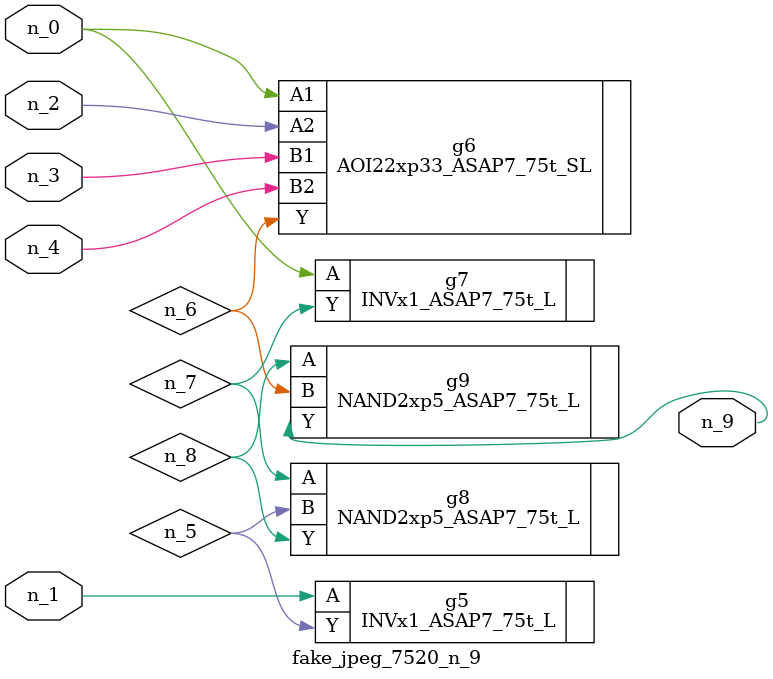
<source format=v>
module fake_jpeg_7520_n_9 (n_3, n_2, n_1, n_0, n_4, n_9);

input n_3;
input n_2;
input n_1;
input n_0;
input n_4;

output n_9;

wire n_8;
wire n_6;
wire n_5;
wire n_7;

INVx1_ASAP7_75t_L g5 ( 
.A(n_1),
.Y(n_5)
);

AOI22xp33_ASAP7_75t_SL g6 ( 
.A1(n_0),
.A2(n_2),
.B1(n_3),
.B2(n_4),
.Y(n_6)
);

INVx1_ASAP7_75t_L g7 ( 
.A(n_0),
.Y(n_7)
);

NAND2xp5_ASAP7_75t_L g8 ( 
.A(n_7),
.B(n_5),
.Y(n_8)
);

NAND2xp5_ASAP7_75t_L g9 ( 
.A(n_8),
.B(n_6),
.Y(n_9)
);


endmodule
</source>
